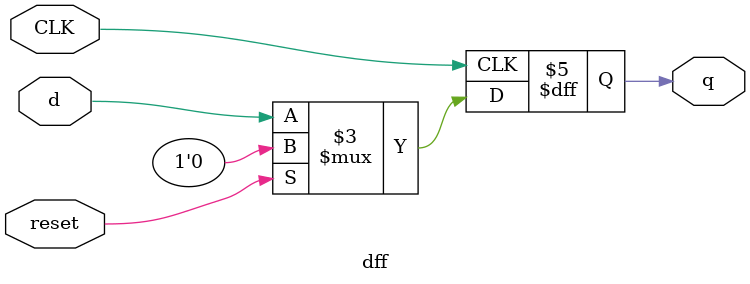
<source format=v>
`timescale 1ns / 1ps

module dff(
    input d,
	 input reset,
    output reg q,
    input CLK
    );

	always @(posedge CLK) begin
		if(reset) q<=1'b0; //async-active-high reset
		else q<=d;
	end

endmodule

</source>
